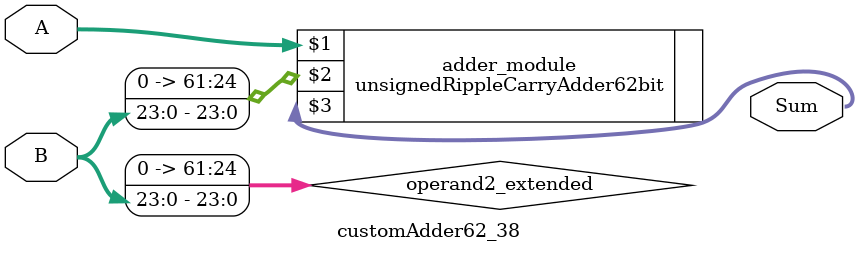
<source format=v>
module customAdder62_38(
                        input [61 : 0] A,
                        input [23 : 0] B,
                        
                        output [62 : 0] Sum
                );

        wire [61 : 0] operand2_extended;
        
        assign operand2_extended =  {38'b0, B};
        
        unsignedRippleCarryAdder62bit adder_module(
            A,
            operand2_extended,
            Sum
        );
        
        endmodule
        
</source>
